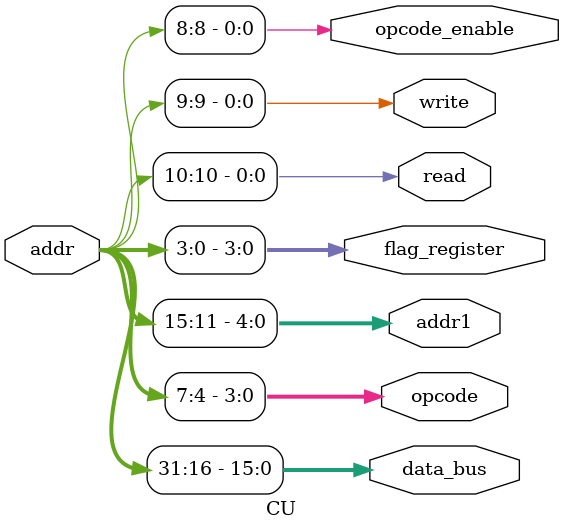
<source format=v>
`timescale 1ns / 1ps
module CU(addr,data_bus,opcode,addr1,read,write,opcode_enable,flag_register);
input [31:0] addr;
output [15:0] data_bus;
output [3:0] opcode;
output [4:0] addr1;
output [3:0] flag_register;
output read;
output write;
output opcode_enable;

//output [4:0] addr2;
//output [4:0] addr3;
//output [7:0] number;

assign data_bus=addr[31:16];
assign addr1=addr[15:11];
assign read=addr[10];
assign write=addr[9];
assign opcode_enable=addr[8];
assign opcode=addr[7:4];
assign flag_register=addr[3:0];
/*assign opcode[3:0]=addr[31:28];
assign number[7:0]=addr[22:15];
assign addr3[4:0]= addr[14:10];
assign addr2[4:0]=addr[9:5];
assign addr1[4:0]=addr[4:0];*/

endmodule

</source>
